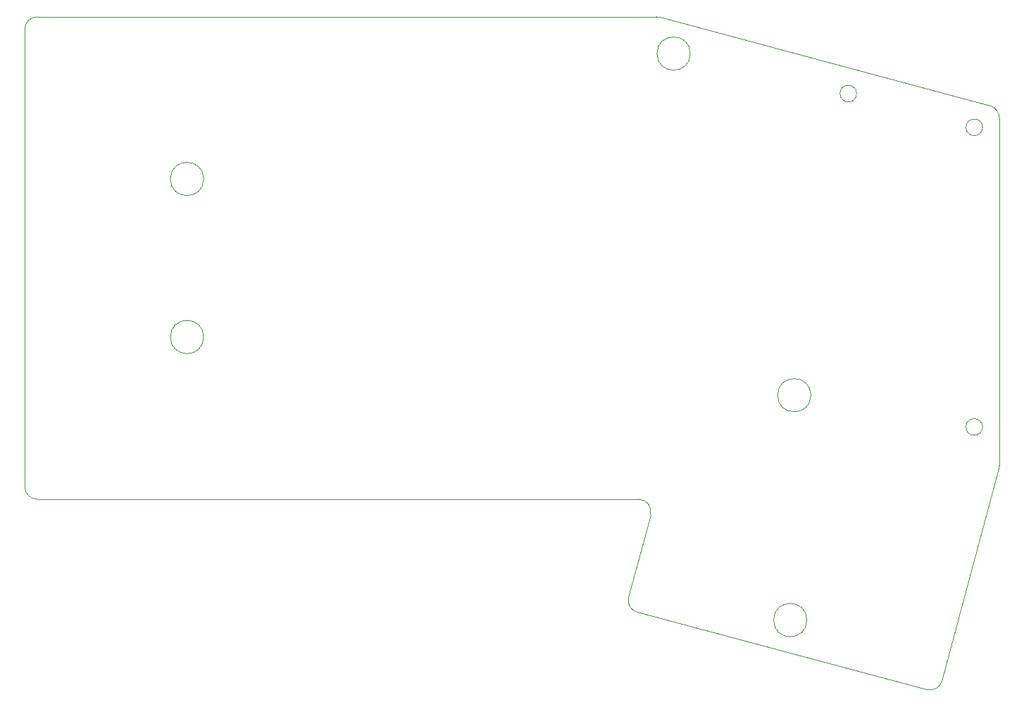
<source format=gm1>
G04 #@! TF.FileFunction,Profile,NP*
%FSLAX46Y46*%
G04 Gerber Fmt 4.6, Leading zero omitted, Abs format (unit mm)*
G04 Created by KiCad (PCBNEW 4.0.7) date 06/17/18 20:50:59*
%MOMM*%
%LPD*%
G01*
G04 APERTURE LIST*
%ADD10C,0.100000*%
G04 APERTURE END LIST*
D10*
X164026228Y-132531516D02*
G75*
G03X164026228Y-132531516I-2000000J0D01*
G01*
X143642591Y-131593516D02*
G75*
G02X142581932Y-129756399I388229J1448888D01*
G01*
X71497382Y-117999998D02*
G75*
G02X70000000Y-116500000I2618J1499998D01*
G01*
X143642592Y-131593517D02*
X178415923Y-140911003D01*
X91500000Y-98500001D02*
G75*
G03X91500000Y-98500001I-2000000J0D01*
G01*
X164500001Y-105500001D02*
G75*
G03X164500001Y-105500001I-2000000J0D01*
G01*
X170000001Y-69233384D02*
G75*
G03X170000001Y-69233384I-1000000J0D01*
G01*
X150000000Y-64418184D02*
G75*
G03X150000000Y-64418184I-2000000J0D01*
G01*
X186034048Y-70691815D02*
X146322402Y-60051111D01*
X145226100Y-119888229D02*
X142581932Y-129756399D01*
X185145819Y-109317486D02*
G75*
G03X185145819Y-109317486I-1000000J0D01*
G01*
X145934173Y-60000000D02*
G75*
G02X146322402Y-60051111I1J-1500000D01*
G01*
X180252361Y-139852871D02*
G75*
G02X178415923Y-140911003I-1448209J390757D01*
G01*
X70000000Y-61500000D02*
G75*
G02X71500000Y-60000000I1500000J0D01*
G01*
X185145819Y-73291694D02*
G75*
G03X185145819Y-73291694I-1000000J0D01*
G01*
X91500000Y-79500000D02*
G75*
G03X91500000Y-79500000I-2000000J0D01*
G01*
X187145819Y-113928663D02*
X187145819Y-72140703D01*
X71500000Y-118000000D02*
X143777211Y-118000000D01*
X187145819Y-113928662D02*
G75*
G02X187094708Y-114316891I-1500000J-1D01*
G01*
X143777211Y-118000000D02*
G75*
G02X145226100Y-119888229I0J-1500000D01*
G01*
X145934174Y-60000000D02*
X71500000Y-60000000D01*
X186036576Y-70692494D02*
G75*
G02X187145819Y-72140703I-390757J-1448209D01*
G01*
X180253040Y-139850342D02*
X187094708Y-114316891D01*
X70000000Y-61500000D02*
X70000000Y-116500000D01*
M02*

</source>
